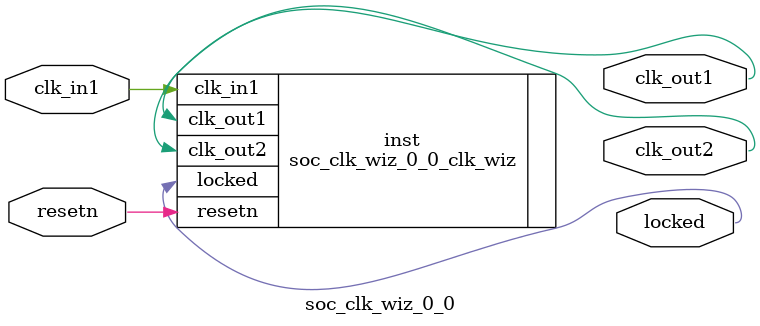
<source format=v>


`timescale 1ps/1ps

(* CORE_GENERATION_INFO = "soc_clk_wiz_0_0,clk_wiz_v6_0_6_0_0,{component_name=soc_clk_wiz_0_0,use_phase_alignment=true,use_min_o_jitter=false,use_max_i_jitter=false,use_dyn_phase_shift=false,use_inclk_switchover=false,use_dyn_reconfig=false,enable_axi=0,feedback_source=FDBK_AUTO,PRIMITIVE=MMCM,num_out_clk=2,clkin1_period=20.000,clkin2_period=10.0,use_power_down=false,use_reset=true,use_locked=true,use_inclk_stopped=false,feedback_type=SINGLE,CLOCK_MGR_TYPE=NA,manual_override=false}" *)

module soc_clk_wiz_0_0 
 (
  // Clock out ports
  output        clk_out1,
  output        clk_out2,
  // Status and control signals
  input         resetn,
  output        locked,
 // Clock in ports
  input         clk_in1
 );

  soc_clk_wiz_0_0_clk_wiz inst
  (
  // Clock out ports  
  .clk_out1(clk_out1),
  .clk_out2(clk_out2),
  // Status and control signals               
  .resetn(resetn), 
  .locked(locked),
 // Clock in ports
  .clk_in1(clk_in1)
  );

endmodule

</source>
